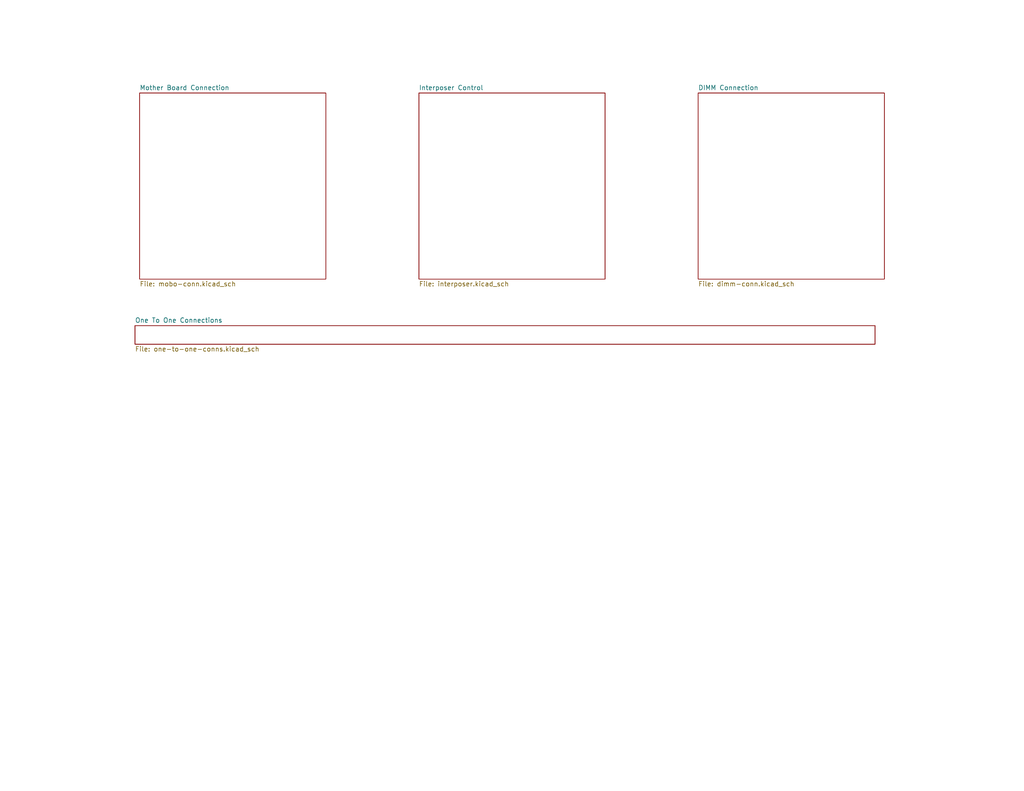
<source format=kicad_sch>
(kicad_sch (version 20230121) (generator eeschema)
  (paper "USLetter")
  (title_block (title "The mFIT's interposer on the DDR4 bus.") (rev "1") (comment 2 "The most interesting bits are in the \"Interposer Control\""))
  (lib_symbols)
  (sheet (at 38.1 25.4) (size 50.8 50.8)
    (property "Sheetname" "Mother Board Connection" (at 38.1 24.6884 0) (effects (justify left bottom)))
    (property "Sheetfile" "mobo-conn.kicad_sch" (at 38.1 76.7846 0) (effects (justify left top)))
  )
  (sheet (at 114.3 25.4) (size 50.8 50.8)
    (property "Sheetname" "Interposer Control" (at 114.3 24.6884 0) (effects (justify left bottom)))
    (property "Sheetfile" "interposer.kicad_sch" (at 114.3 76.7846 0) (effects (justify left top)))
  )
  (sheet (at 190.5 25.4) (size 50.8 50.8)
    (property "Sheetname" "DIMM Connection" (at 190.5 24.6884 0) (effects (justify left bottom)))
    (property "Sheetfile" "dimm-conn.kicad_sch" (at 190.5 76.7846 0) (effects (justify left top)))
  )
  (sheet (at 36.83 88.9) (size 201.93 5.08)
    (property "Sheetname" "One To One Connections" (at 36.83 88.1884 0) (effects (justify left bottom)))
    (property "Sheetfile" "one-to-one-conns.kicad_sch" (at 36.83 94.5646 0) (effects (justify left top)))
  )
)
</source>
